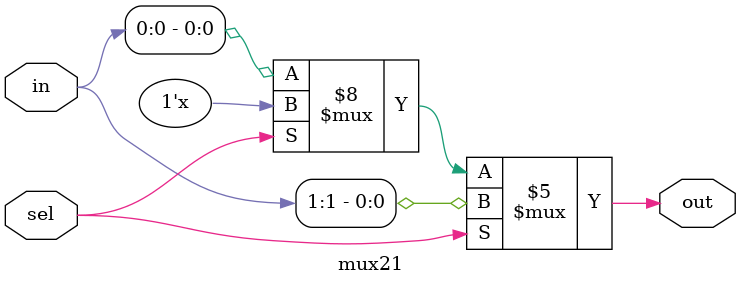
<source format=v>
module mux81(in,out,sel);
input [7:0]in;
input [2:0]sel;
output out;
wire [1:0]w;
mux41 aa(in[3:0],w[0],sel[1:0]);
mux41 bb(in[7:4],w[1],sel[1:0]);
mux21 cc(w,out,sel[2]);
endmodule
module mux41(in,out,sel);
input [3:0]in;
input [1:0]sel;
output out;
reg out;
always @(in or sel)
begin
if (sel==2'b00)
out=in[0];
if (sel==2'b01)
out=in[1];
if (sel==2'b10)
out=in[2];
if (sel==2'b11)
out=in[3];
end
endmodule 
module mux21(in,out,sel);
input [1:0]in;
input sel;
output out;
reg out;
always @(in or sel)
begin
if (sel==0)
out = in[0];
if (sel==1)
out = in[1];
end
endmodule 
</source>
